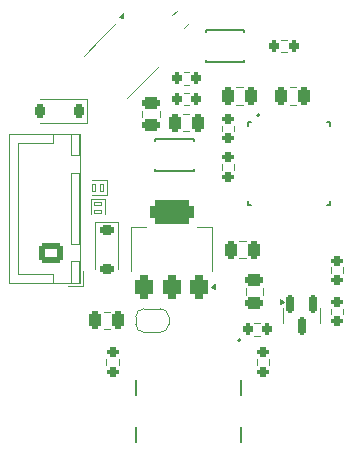
<source format=gbr>
%TF.GenerationSoftware,KiCad,Pcbnew,9.0.0*%
%TF.CreationDate,2025-10-25T14:56:04+02:00*%
%TF.ProjectId,DisplayBoard,44697370-6c61-4794-926f-6172642e6b69,rev?*%
%TF.SameCoordinates,Original*%
%TF.FileFunction,Legend,Bot*%
%TF.FilePolarity,Positive*%
%FSLAX46Y46*%
G04 Gerber Fmt 4.6, Leading zero omitted, Abs format (unit mm)*
G04 Created by KiCad (PCBNEW 9.0.0) date 2025-10-25 14:56:04*
%MOMM*%
%LPD*%
G01*
G04 APERTURE LIST*
G04 Aperture macros list*
%AMRoundRect*
0 Rectangle with rounded corners*
0 $1 Rounding radius*
0 $2 $3 $4 $5 $6 $7 $8 $9 X,Y pos of 4 corners*
0 Add a 4 corners polygon primitive as box body*
4,1,4,$2,$3,$4,$5,$6,$7,$8,$9,$2,$3,0*
0 Add four circle primitives for the rounded corners*
1,1,$1+$1,$2,$3*
1,1,$1+$1,$4,$5*
1,1,$1+$1,$6,$7*
1,1,$1+$1,$8,$9*
0 Add four rect primitives between the rounded corners*
20,1,$1+$1,$2,$3,$4,$5,0*
20,1,$1+$1,$4,$5,$6,$7,0*
20,1,$1+$1,$6,$7,$8,$9,0*
20,1,$1+$1,$8,$9,$2,$3,0*%
%AMFreePoly0*
4,1,23,0.500000,-0.750000,0.000000,-0.750000,0.000000,-0.745722,-0.065263,-0.745722,-0.191342,-0.711940,-0.304381,-0.646677,-0.396677,-0.554381,-0.461940,-0.441342,-0.495722,-0.315263,-0.495722,-0.250000,-0.500000,-0.250000,-0.500000,0.250000,-0.495722,0.250000,-0.495722,0.315263,-0.461940,0.441342,-0.396677,0.554381,-0.304381,0.646677,-0.191342,0.711940,-0.065263,0.745722,0.000000,0.745722,
0.000000,0.750000,0.500000,0.750000,0.500000,-0.750000,0.500000,-0.750000,$1*%
%AMFreePoly1*
4,1,23,0.000000,0.745722,0.065263,0.745722,0.191342,0.711940,0.304381,0.646677,0.396677,0.554381,0.461940,0.441342,0.495722,0.315263,0.495722,0.250000,0.500000,0.250000,0.500000,-0.250000,0.495722,-0.250000,0.495722,-0.315263,0.461940,-0.441342,0.396677,-0.554381,0.304381,-0.646677,0.191342,-0.711940,0.065263,-0.745722,0.000000,-0.745722,0.000000,-0.750000,-0.500000,-0.750000,
-0.500000,0.750000,0.000000,0.750000,0.000000,0.745722,0.000000,0.745722,$1*%
G04 Aperture macros list end*
%ADD10C,0.120000*%
%ADD11C,0.152400*%
%ADD12C,0.200000*%
%ADD13C,0.127000*%
%ADD14C,0.010000*%
%ADD15RoundRect,0.200000X0.275000X-0.200000X0.275000X0.200000X-0.275000X0.200000X-0.275000X-0.200000X0*%
%ADD16R,1.350000X1.800000*%
%ADD17RoundRect,0.200000X-0.275000X0.200000X-0.275000X-0.200000X0.275000X-0.200000X0.275000X0.200000X0*%
%ADD18RoundRect,0.250000X0.250000X0.475000X-0.250000X0.475000X-0.250000X-0.475000X0.250000X-0.475000X0*%
%ADD19RoundRect,0.375000X0.375000X-0.625000X0.375000X0.625000X-0.375000X0.625000X-0.375000X-0.625000X0*%
%ADD20RoundRect,0.500000X1.400000X-0.500000X1.400000X0.500000X-1.400000X0.500000X-1.400000X-0.500000X0*%
%ADD21RoundRect,0.200000X-0.200000X-0.275000X0.200000X-0.275000X0.200000X0.275000X-0.200000X0.275000X0*%
%ADD22RoundRect,0.225000X-0.375000X0.225000X-0.375000X-0.225000X0.375000X-0.225000X0.375000X0.225000X0*%
%ADD23RoundRect,0.200000X0.200000X0.275000X-0.200000X0.275000X-0.200000X-0.275000X0.200000X-0.275000X0*%
%ADD24RoundRect,0.250000X0.725000X-0.600000X0.725000X0.600000X-0.725000X0.600000X-0.725000X-0.600000X0*%
%ADD25O,1.950000X1.700000*%
%ADD26RoundRect,0.250000X-0.475000X0.250000X-0.475000X-0.250000X0.475000X-0.250000X0.475000X0.250000X0*%
%ADD27RoundRect,0.225000X0.225000X0.375000X-0.225000X0.375000X-0.225000X-0.375000X0.225000X-0.375000X0*%
%ADD28RoundRect,0.150000X0.477297X0.689429X-0.689429X-0.477297X-0.477297X-0.689429X0.689429X0.477297X0*%
%ADD29RoundRect,0.250000X-0.250000X-0.475000X0.250000X-0.475000X0.250000X0.475000X-0.250000X0.475000X0*%
%ADD30RoundRect,0.250000X0.159099X-0.512652X0.512652X-0.159099X-0.159099X0.512652X-0.512652X0.159099X0*%
%ADD31C,0.650000*%
%ADD32O,1.000000X2.100000*%
%ADD33O,1.000000X1.800000*%
%ADD34RoundRect,0.050000X-0.300000X0.150000X-0.300000X-0.150000X0.300000X-0.150000X0.300000X0.150000X0*%
%ADD35R,4.000000X4.000000*%
%ADD36FreePoly0,180.000000*%
%ADD37FreePoly1,180.000000*%
%ADD38RoundRect,0.150000X-0.150000X0.587500X-0.150000X-0.587500X0.150000X-0.587500X0.150000X0.587500X0*%
%ADD39RoundRect,0.050000X0.150000X0.300000X-0.150000X0.300000X-0.150000X-0.300000X0.150000X-0.300000X0*%
G04 APERTURE END LIST*
D10*
%TO.C,Rusb502*%
X92977500Y-131237258D02*
X92977500Y-130762742D01*
X94022500Y-131237258D02*
X94022500Y-130762742D01*
D11*
%TO.C,SPST201*%
X101373000Y-102873000D02*
X104627000Y-102873000D01*
X101373000Y-103067260D02*
X101373000Y-102873000D01*
X101373000Y-105627000D02*
X101373000Y-105432740D01*
X104627000Y-102873000D02*
X104627000Y-103067260D01*
X104627000Y-105432740D02*
X104627000Y-105627000D01*
X104627000Y-105627000D02*
X101373000Y-105627000D01*
D10*
%TO.C,R205*%
X102727500Y-111012742D02*
X102727500Y-111487258D01*
X103772500Y-111012742D02*
X103772500Y-111487258D01*
%TO.C,C501*%
X93261252Y-126765000D02*
X92738748Y-126765000D01*
X93261252Y-128235000D02*
X92738748Y-128235000D01*
%TO.C,R204*%
X102727500Y-114737258D02*
X102727500Y-114262742D01*
X103772500Y-114737258D02*
X103772500Y-114262742D01*
%TO.C,U501*%
X95090000Y-119590000D02*
X96350000Y-119590000D01*
X95090000Y-123350000D02*
X95090000Y-119590000D01*
X101910000Y-119590000D02*
X100650000Y-119590000D01*
X101910000Y-123350000D02*
X101910000Y-119590000D01*
X102140000Y-124870000D02*
X101810000Y-124630000D01*
X102140000Y-124390000D01*
X102140000Y-124870000D01*
G36*
X102140000Y-124870000D02*
G01*
X101810000Y-124630000D01*
X102140000Y-124390000D01*
X102140000Y-124870000D01*
G37*
%TO.C,C202*%
X100011252Y-110015000D02*
X99488748Y-110015000D01*
X100011252Y-111485000D02*
X99488748Y-111485000D01*
%TO.C,R301*%
X111977500Y-123012742D02*
X111977500Y-123487258D01*
X113022500Y-123012742D02*
X113022500Y-123487258D01*
%TO.C,R201*%
X99512742Y-108227500D02*
X99987258Y-108227500D01*
X99512742Y-109272500D02*
X99987258Y-109272500D01*
%TO.C,D404*%
X92000000Y-119140000D02*
X92000000Y-123150000D01*
X92000000Y-119140000D02*
X94000000Y-119140000D01*
X94000000Y-119140000D02*
X94000000Y-123150000D01*
%TO.C,R303*%
X105987258Y-127727500D02*
X105512742Y-127727500D01*
X105987258Y-128772500D02*
X105512742Y-128772500D01*
%TO.C,J401*%
X84740000Y-111690000D02*
X90710000Y-111690000D01*
X84740000Y-124310000D02*
X84740000Y-111690000D01*
X85500000Y-112450000D02*
X85500000Y-118000000D01*
X85500000Y-123550000D02*
X85500000Y-118000000D01*
X88450000Y-111700000D02*
X88450000Y-112450000D01*
X88450000Y-112450000D02*
X85500000Y-112450000D01*
X88450000Y-123550000D02*
X85500000Y-123550000D01*
X88450000Y-124300000D02*
X88450000Y-123550000D01*
X89950000Y-111700000D02*
X90700000Y-111700000D01*
X89950000Y-113500000D02*
X89950000Y-111700000D01*
X89950000Y-115000000D02*
X90700000Y-115000000D01*
X89950000Y-121000000D02*
X89950000Y-115000000D01*
X89950000Y-122500000D02*
X90700000Y-122500000D01*
X89950000Y-124300000D02*
X89950000Y-122500000D01*
X90700000Y-111700000D02*
X90700000Y-113500000D01*
X90700000Y-113500000D02*
X89950000Y-113500000D01*
X90700000Y-115000000D02*
X90700000Y-121000000D01*
X90700000Y-121000000D02*
X89950000Y-121000000D01*
X90700000Y-122500000D02*
X90700000Y-124300000D01*
X90700000Y-124300000D02*
X89950000Y-124300000D01*
X90710000Y-111690000D02*
X90710000Y-124310000D01*
X90710000Y-124310000D02*
X84740000Y-124310000D01*
X91000000Y-123350000D02*
X91000000Y-124600000D01*
X91000000Y-124600000D02*
X89750000Y-124600000D01*
%TO.C,C201*%
X96015000Y-109738748D02*
X96015000Y-110261252D01*
X97485000Y-109738748D02*
X97485000Y-110261252D01*
%TO.C,D403*%
X91360000Y-108750000D02*
X87350000Y-108750000D01*
X91360000Y-108750000D02*
X91360000Y-110750000D01*
X91360000Y-110750000D02*
X87350000Y-110750000D01*
%TO.C,Rusb501*%
X105727500Y-131237258D02*
X105727500Y-130762742D01*
X106772500Y-131237258D02*
X106772500Y-130762742D01*
%TO.C,U401*%
X92439807Y-103689807D02*
X91060948Y-105068665D01*
X92439807Y-103689807D02*
X93818665Y-102310948D01*
X96060193Y-107310193D02*
X94681335Y-108689052D01*
X96060193Y-107310193D02*
X97439052Y-105931335D01*
X94416170Y-101847793D02*
X94013119Y-101784154D01*
X94352530Y-101444743D01*
X94416170Y-101847793D01*
G36*
X94416170Y-101847793D02*
G01*
X94013119Y-101784154D01*
X94352530Y-101444743D01*
X94416170Y-101847793D01*
G37*
%TO.C,C204*%
X108488748Y-107765000D02*
X109011252Y-107765000D01*
X108488748Y-109235000D02*
X109011252Y-109235000D01*
%TO.C,C401*%
X98545543Y-101665010D02*
X98915010Y-101295543D01*
X99584990Y-102704457D02*
X99954457Y-102334990D01*
D12*
%TO.C,USBC501*%
X95457500Y-132537500D02*
X95457500Y-133787500D01*
X95457500Y-137787500D02*
X95457500Y-136507500D01*
X104397500Y-132537500D02*
X104397500Y-133787500D01*
X104397500Y-136507500D02*
X104397500Y-137787500D01*
X104327500Y-129187500D02*
G75*
G02*
X104127500Y-129187500I-100000J0D01*
G01*
X104127500Y-129187500D02*
G75*
G02*
X104327500Y-129187500I100000J0D01*
G01*
D11*
%TO.C,RST201*%
X97123000Y-112123000D02*
X100377000Y-112123000D01*
X97123000Y-112317260D02*
X97123000Y-112123000D01*
X97123000Y-114877000D02*
X97123000Y-114682740D01*
X100377000Y-112123000D02*
X100377000Y-112317260D01*
X100377000Y-114682740D02*
X100377000Y-114877000D01*
X100377000Y-114877000D02*
X97123000Y-114877000D01*
D10*
%TO.C,R302*%
X111977500Y-126987258D02*
X111977500Y-126512742D01*
X113022500Y-126987258D02*
X113022500Y-126512742D01*
%TO.C,D402*%
X91640000Y-117190000D02*
X91640000Y-118500000D01*
X91640000Y-117190000D02*
X92860000Y-117190000D01*
X92860000Y-117190000D02*
X92860000Y-118500000D01*
D13*
%TO.C,U201*%
X104950000Y-110725000D02*
X104950000Y-111025000D01*
X104950000Y-117425000D02*
X104950000Y-117725000D01*
X104950000Y-117725000D02*
X105250000Y-117725000D01*
X105250000Y-110725000D02*
X104950000Y-110725000D01*
X111650000Y-110725000D02*
X111950000Y-110725000D01*
X111950000Y-110725000D02*
X111950000Y-111025000D01*
X111950000Y-117425000D02*
X111950000Y-117725000D01*
X111950000Y-117725000D02*
X111650000Y-117725000D01*
D12*
X105950000Y-110125000D02*
G75*
G02*
X105750000Y-110125000I-100000J0D01*
G01*
X105750000Y-110125000D02*
G75*
G02*
X105950000Y-110125000I100000J0D01*
G01*
D10*
%TO.C,C203*%
X104511252Y-107765000D02*
X103988748Y-107765000D01*
X104511252Y-109235000D02*
X103988748Y-109235000D01*
%TO.C,JP501*%
X95450000Y-127200000D02*
X95450000Y-127800000D01*
X96150000Y-128500000D02*
X97550000Y-128500000D01*
X97550000Y-126500000D02*
X96150000Y-126500000D01*
X98250000Y-127800000D02*
X98250000Y-127200000D01*
X95450000Y-127200000D02*
G75*
G02*
X96150000Y-126500000I700000J0D01*
G01*
X96150000Y-128500000D02*
G75*
G02*
X95450000Y-127800000I0J700000D01*
G01*
X97550000Y-126500000D02*
G75*
G02*
X98250000Y-127200000I1J-699999D01*
G01*
X98250000Y-127800000D02*
G75*
G02*
X97550000Y-128500000I-699999J-1D01*
G01*
%TO.C,R202*%
X99512742Y-106477500D02*
X99987258Y-106477500D01*
X99512742Y-107522500D02*
X99987258Y-107522500D01*
%TO.C,Q301*%
X107940000Y-127062500D02*
X107940000Y-126412500D01*
X107940000Y-127062500D02*
X107940000Y-127712500D01*
X111060000Y-127062500D02*
X111060000Y-126412500D01*
X111060000Y-127062500D02*
X111060000Y-127712500D01*
X107990000Y-125900000D02*
X107660000Y-126140000D01*
X107660000Y-125660000D01*
X107990000Y-125900000D01*
G36*
X107990000Y-125900000D02*
G01*
X107660000Y-126140000D01*
X107660000Y-125660000D01*
X107990000Y-125900000D01*
G37*
%TO.C,C502*%
X104238748Y-120765000D02*
X104761252Y-120765000D01*
X104238748Y-122235000D02*
X104761252Y-122235000D01*
%TO.C,D401*%
X93060000Y-115640000D02*
X91750000Y-115640000D01*
X93060000Y-115640000D02*
X93060000Y-116860000D01*
X93060000Y-116860000D02*
X91750000Y-116860000D01*
%TO.C,R203*%
X107762742Y-103727500D02*
X108237258Y-103727500D01*
X107762742Y-104772500D02*
X108237258Y-104772500D01*
%TO.C,C301*%
X104765000Y-124788748D02*
X104765000Y-125311252D01*
X106235000Y-124788748D02*
X106235000Y-125311252D01*
%TD*%
%LPC*%
D14*
%TO.C,USBC501*%
X97077500Y-131057500D02*
X96377500Y-131057500D01*
X96377500Y-129007500D01*
X97077500Y-129007500D01*
X97077500Y-131057500D01*
G36*
X97077500Y-131057500D02*
G01*
X96377500Y-131057500D01*
X96377500Y-129007500D01*
X97077500Y-129007500D01*
X97077500Y-131057500D01*
G37*
X97877500Y-131057500D02*
X97177500Y-131057500D01*
X97177500Y-129007500D01*
X97877500Y-129007500D01*
X97877500Y-131057500D01*
G36*
X97877500Y-131057500D02*
G01*
X97177500Y-131057500D01*
X97177500Y-129007500D01*
X97877500Y-129007500D01*
X97877500Y-131057500D01*
G37*
X98377500Y-131057500D02*
X97977500Y-131057500D01*
X97977500Y-129007500D01*
X98377500Y-129007500D01*
X98377500Y-131057500D01*
G36*
X98377500Y-131057500D02*
G01*
X97977500Y-131057500D01*
X97977500Y-129007500D01*
X98377500Y-129007500D01*
X98377500Y-131057500D01*
G37*
X98877500Y-131057500D02*
X98477500Y-131057500D01*
X98477500Y-129007500D01*
X98877500Y-129007500D01*
X98877500Y-131057500D01*
G36*
X98877500Y-131057500D02*
G01*
X98477500Y-131057500D01*
X98477500Y-129007500D01*
X98877500Y-129007500D01*
X98877500Y-131057500D01*
G37*
X99377500Y-131057500D02*
X98977500Y-131057500D01*
X98977500Y-129007500D01*
X99377500Y-129007500D01*
X99377500Y-131057500D01*
G36*
X99377500Y-131057500D02*
G01*
X98977500Y-131057500D01*
X98977500Y-129007500D01*
X99377500Y-129007500D01*
X99377500Y-131057500D01*
G37*
X99877500Y-131057500D02*
X99477500Y-131057500D01*
X99477500Y-129007500D01*
X99877500Y-129007500D01*
X99877500Y-131057500D01*
G36*
X99877500Y-131057500D02*
G01*
X99477500Y-131057500D01*
X99477500Y-129007500D01*
X99877500Y-129007500D01*
X99877500Y-131057500D01*
G37*
X100377500Y-131057500D02*
X99977500Y-131057500D01*
X99977500Y-129007500D01*
X100377500Y-129007500D01*
X100377500Y-131057500D01*
G36*
X100377500Y-131057500D02*
G01*
X99977500Y-131057500D01*
X99977500Y-129007500D01*
X100377500Y-129007500D01*
X100377500Y-131057500D01*
G37*
X100877500Y-131057500D02*
X100477500Y-131057500D01*
X100477500Y-129007500D01*
X100877500Y-129007500D01*
X100877500Y-131057500D01*
G36*
X100877500Y-131057500D02*
G01*
X100477500Y-131057500D01*
X100477500Y-129007500D01*
X100877500Y-129007500D01*
X100877500Y-131057500D01*
G37*
X101377500Y-131057500D02*
X100977500Y-131057500D01*
X100977500Y-129007500D01*
X101377500Y-129007500D01*
X101377500Y-131057500D01*
G36*
X101377500Y-131057500D02*
G01*
X100977500Y-131057500D01*
X100977500Y-129007500D01*
X101377500Y-129007500D01*
X101377500Y-131057500D01*
G37*
X101877500Y-131057500D02*
X101477500Y-131057500D01*
X101477500Y-129007500D01*
X101877500Y-129007500D01*
X101877500Y-131057500D01*
G36*
X101877500Y-131057500D02*
G01*
X101477500Y-131057500D01*
X101477500Y-129007500D01*
X101877500Y-129007500D01*
X101877500Y-131057500D01*
G37*
X102677500Y-131057500D02*
X101977500Y-131057500D01*
X101977500Y-129007500D01*
X102677500Y-129007500D01*
X102677500Y-131057500D01*
G36*
X102677500Y-131057500D02*
G01*
X101977500Y-131057500D01*
X101977500Y-129007500D01*
X102677500Y-129007500D01*
X102677500Y-131057500D01*
G37*
X103477500Y-131057500D02*
X102777500Y-131057500D01*
X102777500Y-129007500D01*
X103477500Y-129007500D01*
X103477500Y-131057500D01*
G36*
X103477500Y-131057500D02*
G01*
X102777500Y-131057500D01*
X102777500Y-129007500D01*
X103477500Y-129007500D01*
X103477500Y-131057500D01*
G37*
%TO.C,U201*%
X105510000Y-111800000D02*
X104940000Y-111800000D01*
X104940000Y-111450000D01*
X105510000Y-111450000D01*
X105510000Y-111800000D01*
G36*
X105510000Y-111800000D02*
G01*
X104940000Y-111800000D01*
X104940000Y-111450000D01*
X105510000Y-111450000D01*
X105510000Y-111800000D01*
G37*
X105510000Y-112200000D02*
X104940000Y-112200000D01*
X104940000Y-111850000D01*
X105510000Y-111850000D01*
X105510000Y-112200000D01*
G36*
X105510000Y-112200000D02*
G01*
X104940000Y-112200000D01*
X104940000Y-111850000D01*
X105510000Y-111850000D01*
X105510000Y-112200000D01*
G37*
X105510000Y-112600000D02*
X104940000Y-112600000D01*
X104940000Y-112250000D01*
X105510000Y-112250000D01*
X105510000Y-112600000D01*
G36*
X105510000Y-112600000D02*
G01*
X104940000Y-112600000D01*
X104940000Y-112250000D01*
X105510000Y-112250000D01*
X105510000Y-112600000D01*
G37*
X105510000Y-113000000D02*
X104940000Y-113000000D01*
X104940000Y-112650000D01*
X105510000Y-112650000D01*
X105510000Y-113000000D01*
G36*
X105510000Y-113000000D02*
G01*
X104940000Y-113000000D01*
X104940000Y-112650000D01*
X105510000Y-112650000D01*
X105510000Y-113000000D01*
G37*
X105510000Y-113400000D02*
X104940000Y-113400000D01*
X104940000Y-113050000D01*
X105510000Y-113050000D01*
X105510000Y-113400000D01*
G36*
X105510000Y-113400000D02*
G01*
X104940000Y-113400000D01*
X104940000Y-113050000D01*
X105510000Y-113050000D01*
X105510000Y-113400000D01*
G37*
X105510000Y-113800000D02*
X104940000Y-113800000D01*
X104940000Y-113450000D01*
X105510000Y-113450000D01*
X105510000Y-113800000D01*
G36*
X105510000Y-113800000D02*
G01*
X104940000Y-113800000D01*
X104940000Y-113450000D01*
X105510000Y-113450000D01*
X105510000Y-113800000D01*
G37*
X105510000Y-114200000D02*
X104940000Y-114200000D01*
X104940000Y-113850000D01*
X105510000Y-113850000D01*
X105510000Y-114200000D01*
G36*
X105510000Y-114200000D02*
G01*
X104940000Y-114200000D01*
X104940000Y-113850000D01*
X105510000Y-113850000D01*
X105510000Y-114200000D01*
G37*
X105510000Y-114600000D02*
X104940000Y-114600000D01*
X104940000Y-114250000D01*
X105510000Y-114250000D01*
X105510000Y-114600000D01*
G36*
X105510000Y-114600000D02*
G01*
X104940000Y-114600000D01*
X104940000Y-114250000D01*
X105510000Y-114250000D01*
X105510000Y-114600000D01*
G37*
X105510000Y-115000000D02*
X104940000Y-115000000D01*
X104940000Y-114650000D01*
X105510000Y-114650000D01*
X105510000Y-115000000D01*
G36*
X105510000Y-115000000D02*
G01*
X104940000Y-115000000D01*
X104940000Y-114650000D01*
X105510000Y-114650000D01*
X105510000Y-115000000D01*
G37*
X105510000Y-115400000D02*
X104940000Y-115400000D01*
X104940000Y-115050000D01*
X105510000Y-115050000D01*
X105510000Y-115400000D01*
G36*
X105510000Y-115400000D02*
G01*
X104940000Y-115400000D01*
X104940000Y-115050000D01*
X105510000Y-115050000D01*
X105510000Y-115400000D01*
G37*
X105510000Y-115800000D02*
X104940000Y-115800000D01*
X104940000Y-115450000D01*
X105510000Y-115450000D01*
X105510000Y-115800000D01*
G36*
X105510000Y-115800000D02*
G01*
X104940000Y-115800000D01*
X104940000Y-115450000D01*
X105510000Y-115450000D01*
X105510000Y-115800000D01*
G37*
X105510000Y-116200000D02*
X104940000Y-116200000D01*
X104940000Y-115850000D01*
X105510000Y-115850000D01*
X105510000Y-116200000D01*
G36*
X105510000Y-116200000D02*
G01*
X104940000Y-116200000D01*
X104940000Y-115850000D01*
X105510000Y-115850000D01*
X105510000Y-116200000D01*
G37*
X105510000Y-116600000D02*
X104940000Y-116600000D01*
X104940000Y-116250000D01*
X105510000Y-116250000D01*
X105510000Y-116600000D01*
G36*
X105510000Y-116600000D02*
G01*
X104940000Y-116600000D01*
X104940000Y-116250000D01*
X105510000Y-116250000D01*
X105510000Y-116600000D01*
G37*
X105510000Y-117000000D02*
X104940000Y-117000000D01*
X104940000Y-116650000D01*
X105510000Y-116650000D01*
X105510000Y-117000000D01*
G36*
X105510000Y-117000000D02*
G01*
X104940000Y-117000000D01*
X104940000Y-116650000D01*
X105510000Y-116650000D01*
X105510000Y-117000000D01*
G37*
X106025000Y-111285000D02*
X105675000Y-111285000D01*
X105675000Y-110715000D01*
X106025000Y-110715000D01*
X106025000Y-111285000D01*
G36*
X106025000Y-111285000D02*
G01*
X105675000Y-111285000D01*
X105675000Y-110715000D01*
X106025000Y-110715000D01*
X106025000Y-111285000D01*
G37*
X106025000Y-117735000D02*
X105675000Y-117735000D01*
X105675000Y-117165000D01*
X106025000Y-117165000D01*
X106025000Y-117735000D01*
G36*
X106025000Y-117735000D02*
G01*
X105675000Y-117735000D01*
X105675000Y-117165000D01*
X106025000Y-117165000D01*
X106025000Y-117735000D01*
G37*
X106425000Y-111285000D02*
X106075000Y-111285000D01*
X106075000Y-110715000D01*
X106425000Y-110715000D01*
X106425000Y-111285000D01*
G36*
X106425000Y-111285000D02*
G01*
X106075000Y-111285000D01*
X106075000Y-110715000D01*
X106425000Y-110715000D01*
X106425000Y-111285000D01*
G37*
X106425000Y-117735000D02*
X106075000Y-117735000D01*
X106075000Y-117165000D01*
X106425000Y-117165000D01*
X106425000Y-117735000D01*
G36*
X106425000Y-117735000D02*
G01*
X106075000Y-117735000D01*
X106075000Y-117165000D01*
X106425000Y-117165000D01*
X106425000Y-117735000D01*
G37*
X106825000Y-111285000D02*
X106475000Y-111285000D01*
X106475000Y-110715000D01*
X106825000Y-110715000D01*
X106825000Y-111285000D01*
G36*
X106825000Y-111285000D02*
G01*
X106475000Y-111285000D01*
X106475000Y-110715000D01*
X106825000Y-110715000D01*
X106825000Y-111285000D01*
G37*
X106825000Y-117735000D02*
X106475000Y-117735000D01*
X106475000Y-117165000D01*
X106825000Y-117165000D01*
X106825000Y-117735000D01*
G36*
X106825000Y-117735000D02*
G01*
X106475000Y-117735000D01*
X106475000Y-117165000D01*
X106825000Y-117165000D01*
X106825000Y-117735000D01*
G37*
X107225000Y-111285000D02*
X106875000Y-111285000D01*
X106875000Y-110715000D01*
X107225000Y-110715000D01*
X107225000Y-111285000D01*
G36*
X107225000Y-111285000D02*
G01*
X106875000Y-111285000D01*
X106875000Y-110715000D01*
X107225000Y-110715000D01*
X107225000Y-111285000D01*
G37*
X107225000Y-117735000D02*
X106875000Y-117735000D01*
X106875000Y-117165000D01*
X107225000Y-117165000D01*
X107225000Y-117735000D01*
G36*
X107225000Y-117735000D02*
G01*
X106875000Y-117735000D01*
X106875000Y-117165000D01*
X107225000Y-117165000D01*
X107225000Y-117735000D01*
G37*
X107625000Y-111285000D02*
X107275000Y-111285000D01*
X107275000Y-110715000D01*
X107625000Y-110715000D01*
X107625000Y-111285000D01*
G36*
X107625000Y-111285000D02*
G01*
X107275000Y-111285000D01*
X107275000Y-110715000D01*
X107625000Y-110715000D01*
X107625000Y-111285000D01*
G37*
X107625000Y-117735000D02*
X107275000Y-117735000D01*
X107275000Y-117165000D01*
X107625000Y-117165000D01*
X107625000Y-117735000D01*
G36*
X107625000Y-117735000D02*
G01*
X107275000Y-117735000D01*
X107275000Y-117165000D01*
X107625000Y-117165000D01*
X107625000Y-117735000D01*
G37*
X108025000Y-111285000D02*
X107675000Y-111285000D01*
X107675000Y-110715000D01*
X108025000Y-110715000D01*
X108025000Y-111285000D01*
G36*
X108025000Y-111285000D02*
G01*
X107675000Y-111285000D01*
X107675000Y-110715000D01*
X108025000Y-110715000D01*
X108025000Y-111285000D01*
G37*
X108025000Y-117735000D02*
X107675000Y-117735000D01*
X107675000Y-117165000D01*
X108025000Y-117165000D01*
X108025000Y-117735000D01*
G36*
X108025000Y-117735000D02*
G01*
X107675000Y-117735000D01*
X107675000Y-117165000D01*
X108025000Y-117165000D01*
X108025000Y-117735000D01*
G37*
X108425000Y-111285000D02*
X108075000Y-111285000D01*
X108075000Y-110715000D01*
X108425000Y-110715000D01*
X108425000Y-111285000D01*
G36*
X108425000Y-111285000D02*
G01*
X108075000Y-111285000D01*
X108075000Y-110715000D01*
X108425000Y-110715000D01*
X108425000Y-111285000D01*
G37*
X108425000Y-117735000D02*
X108075000Y-117735000D01*
X108075000Y-117165000D01*
X108425000Y-117165000D01*
X108425000Y-117735000D01*
G36*
X108425000Y-117735000D02*
G01*
X108075000Y-117735000D01*
X108075000Y-117165000D01*
X108425000Y-117165000D01*
X108425000Y-117735000D01*
G37*
X108825000Y-111285000D02*
X108475000Y-111285000D01*
X108475000Y-110715000D01*
X108825000Y-110715000D01*
X108825000Y-111285000D01*
G36*
X108825000Y-111285000D02*
G01*
X108475000Y-111285000D01*
X108475000Y-110715000D01*
X108825000Y-110715000D01*
X108825000Y-111285000D01*
G37*
X108825000Y-117735000D02*
X108475000Y-117735000D01*
X108475000Y-117165000D01*
X108825000Y-117165000D01*
X108825000Y-117735000D01*
G36*
X108825000Y-117735000D02*
G01*
X108475000Y-117735000D01*
X108475000Y-117165000D01*
X108825000Y-117165000D01*
X108825000Y-117735000D01*
G37*
X109225000Y-111285000D02*
X108875000Y-111285000D01*
X108875000Y-110715000D01*
X109225000Y-110715000D01*
X109225000Y-111285000D01*
G36*
X109225000Y-111285000D02*
G01*
X108875000Y-111285000D01*
X108875000Y-110715000D01*
X109225000Y-110715000D01*
X109225000Y-111285000D01*
G37*
X109225000Y-117735000D02*
X108875000Y-117735000D01*
X108875000Y-117165000D01*
X109225000Y-117165000D01*
X109225000Y-117735000D01*
G36*
X109225000Y-117735000D02*
G01*
X108875000Y-117735000D01*
X108875000Y-117165000D01*
X109225000Y-117165000D01*
X109225000Y-117735000D01*
G37*
X109625000Y-111285000D02*
X109275000Y-111285000D01*
X109275000Y-110715000D01*
X109625000Y-110715000D01*
X109625000Y-111285000D01*
G36*
X109625000Y-111285000D02*
G01*
X109275000Y-111285000D01*
X109275000Y-110715000D01*
X109625000Y-110715000D01*
X109625000Y-111285000D01*
G37*
X109625000Y-117735000D02*
X109275000Y-117735000D01*
X109275000Y-117165000D01*
X109625000Y-117165000D01*
X109625000Y-117735000D01*
G36*
X109625000Y-117735000D02*
G01*
X109275000Y-117735000D01*
X109275000Y-117165000D01*
X109625000Y-117165000D01*
X109625000Y-117735000D01*
G37*
X110025000Y-111285000D02*
X109675000Y-111285000D01*
X109675000Y-110715000D01*
X110025000Y-110715000D01*
X110025000Y-111285000D01*
G36*
X110025000Y-111285000D02*
G01*
X109675000Y-111285000D01*
X109675000Y-110715000D01*
X110025000Y-110715000D01*
X110025000Y-111285000D01*
G37*
X110025000Y-117735000D02*
X109675000Y-117735000D01*
X109675000Y-117165000D01*
X110025000Y-117165000D01*
X110025000Y-117735000D01*
G36*
X110025000Y-117735000D02*
G01*
X109675000Y-117735000D01*
X109675000Y-117165000D01*
X110025000Y-117165000D01*
X110025000Y-117735000D01*
G37*
X110425000Y-111285000D02*
X110075000Y-111285000D01*
X110075000Y-110715000D01*
X110425000Y-110715000D01*
X110425000Y-111285000D01*
G36*
X110425000Y-111285000D02*
G01*
X110075000Y-111285000D01*
X110075000Y-110715000D01*
X110425000Y-110715000D01*
X110425000Y-111285000D01*
G37*
X110425000Y-117735000D02*
X110075000Y-117735000D01*
X110075000Y-117165000D01*
X110425000Y-117165000D01*
X110425000Y-117735000D01*
G36*
X110425000Y-117735000D02*
G01*
X110075000Y-117735000D01*
X110075000Y-117165000D01*
X110425000Y-117165000D01*
X110425000Y-117735000D01*
G37*
X110825000Y-111285000D02*
X110475000Y-111285000D01*
X110475000Y-110715000D01*
X110825000Y-110715000D01*
X110825000Y-111285000D01*
G36*
X110825000Y-111285000D02*
G01*
X110475000Y-111285000D01*
X110475000Y-110715000D01*
X110825000Y-110715000D01*
X110825000Y-111285000D01*
G37*
X110825000Y-117735000D02*
X110475000Y-117735000D01*
X110475000Y-117165000D01*
X110825000Y-117165000D01*
X110825000Y-117735000D01*
G36*
X110825000Y-117735000D02*
G01*
X110475000Y-117735000D01*
X110475000Y-117165000D01*
X110825000Y-117165000D01*
X110825000Y-117735000D01*
G37*
X111225000Y-111285000D02*
X110875000Y-111285000D01*
X110875000Y-110715000D01*
X111225000Y-110715000D01*
X111225000Y-111285000D01*
G36*
X111225000Y-111285000D02*
G01*
X110875000Y-111285000D01*
X110875000Y-110715000D01*
X111225000Y-110715000D01*
X111225000Y-111285000D01*
G37*
X111225000Y-117735000D02*
X110875000Y-117735000D01*
X110875000Y-117165000D01*
X111225000Y-117165000D01*
X111225000Y-117735000D01*
G36*
X111225000Y-117735000D02*
G01*
X110875000Y-117735000D01*
X110875000Y-117165000D01*
X111225000Y-117165000D01*
X111225000Y-117735000D01*
G37*
X111960000Y-111800000D02*
X111390000Y-111800000D01*
X111390000Y-111450000D01*
X111960000Y-111450000D01*
X111960000Y-111800000D01*
G36*
X111960000Y-111800000D02*
G01*
X111390000Y-111800000D01*
X111390000Y-111450000D01*
X111960000Y-111450000D01*
X111960000Y-111800000D01*
G37*
X111960000Y-112200000D02*
X111390000Y-112200000D01*
X111390000Y-111850000D01*
X111960000Y-111850000D01*
X111960000Y-112200000D01*
G36*
X111960000Y-112200000D02*
G01*
X111390000Y-112200000D01*
X111390000Y-111850000D01*
X111960000Y-111850000D01*
X111960000Y-112200000D01*
G37*
X111960000Y-112600000D02*
X111390000Y-112600000D01*
X111390000Y-112250000D01*
X111960000Y-112250000D01*
X111960000Y-112600000D01*
G36*
X111960000Y-112600000D02*
G01*
X111390000Y-112600000D01*
X111390000Y-112250000D01*
X111960000Y-112250000D01*
X111960000Y-112600000D01*
G37*
X111960000Y-113000000D02*
X111390000Y-113000000D01*
X111390000Y-112650000D01*
X111960000Y-112650000D01*
X111960000Y-113000000D01*
G36*
X111960000Y-113000000D02*
G01*
X111390000Y-113000000D01*
X111390000Y-112650000D01*
X111960000Y-112650000D01*
X111960000Y-113000000D01*
G37*
X111960000Y-113400000D02*
X111390000Y-113400000D01*
X111390000Y-113050000D01*
X111960000Y-113050000D01*
X111960000Y-113400000D01*
G36*
X111960000Y-113400000D02*
G01*
X111390000Y-113400000D01*
X111390000Y-113050000D01*
X111960000Y-113050000D01*
X111960000Y-113400000D01*
G37*
X111960000Y-113800000D02*
X111390000Y-113800000D01*
X111390000Y-113450000D01*
X111960000Y-113450000D01*
X111960000Y-113800000D01*
G36*
X111960000Y-113800000D02*
G01*
X111390000Y-113800000D01*
X111390000Y-113450000D01*
X111960000Y-113450000D01*
X111960000Y-113800000D01*
G37*
X111960000Y-114200000D02*
X111390000Y-114200000D01*
X111390000Y-113850000D01*
X111960000Y-113850000D01*
X111960000Y-114200000D01*
G36*
X111960000Y-114200000D02*
G01*
X111390000Y-114200000D01*
X111390000Y-113850000D01*
X111960000Y-113850000D01*
X111960000Y-114200000D01*
G37*
X111960000Y-114600000D02*
X111390000Y-114600000D01*
X111390000Y-114250000D01*
X111960000Y-114250000D01*
X111960000Y-114600000D01*
G36*
X111960000Y-114600000D02*
G01*
X111390000Y-114600000D01*
X111390000Y-114250000D01*
X111960000Y-114250000D01*
X111960000Y-114600000D01*
G37*
X111960000Y-115000000D02*
X111390000Y-115000000D01*
X111390000Y-114650000D01*
X111960000Y-114650000D01*
X111960000Y-115000000D01*
G36*
X111960000Y-115000000D02*
G01*
X111390000Y-115000000D01*
X111390000Y-114650000D01*
X111960000Y-114650000D01*
X111960000Y-115000000D01*
G37*
X111960000Y-115400000D02*
X111390000Y-115400000D01*
X111390000Y-115050000D01*
X111960000Y-115050000D01*
X111960000Y-115400000D01*
G36*
X111960000Y-115400000D02*
G01*
X111390000Y-115400000D01*
X111390000Y-115050000D01*
X111960000Y-115050000D01*
X111960000Y-115400000D01*
G37*
X111960000Y-115800000D02*
X111390000Y-115800000D01*
X111390000Y-115450000D01*
X111960000Y-115450000D01*
X111960000Y-115800000D01*
G36*
X111960000Y-115800000D02*
G01*
X111390000Y-115800000D01*
X111390000Y-115450000D01*
X111960000Y-115450000D01*
X111960000Y-115800000D01*
G37*
X111960000Y-116200000D02*
X111390000Y-116200000D01*
X111390000Y-115850000D01*
X111960000Y-115850000D01*
X111960000Y-116200000D01*
G36*
X111960000Y-116200000D02*
G01*
X111390000Y-116200000D01*
X111390000Y-115850000D01*
X111960000Y-115850000D01*
X111960000Y-116200000D01*
G37*
X111960000Y-116600000D02*
X111390000Y-116600000D01*
X111390000Y-116250000D01*
X111960000Y-116250000D01*
X111960000Y-116600000D01*
G36*
X111960000Y-116600000D02*
G01*
X111390000Y-116600000D01*
X111390000Y-116250000D01*
X111960000Y-116250000D01*
X111960000Y-116600000D01*
G37*
X111960000Y-117000000D02*
X111390000Y-117000000D01*
X111390000Y-116650000D01*
X111960000Y-116650000D01*
X111960000Y-117000000D01*
G36*
X111960000Y-117000000D02*
G01*
X111390000Y-117000000D01*
X111390000Y-116650000D01*
X111960000Y-116650000D01*
X111960000Y-117000000D01*
G37*
%TO.C,JP501*%
G36*
X97000000Y-126750000D02*
G01*
X96700000Y-126750000D01*
X96700000Y-128250000D01*
X97000000Y-128250000D01*
X97000000Y-126750000D01*
G37*
%TD*%
D15*
%TO.C,Rusb502*%
X93500000Y-131825000D03*
X93500000Y-130175000D03*
%TD*%
D16*
%TO.C,SPST201*%
X100925000Y-104250000D03*
X105075000Y-104250000D03*
%TD*%
D17*
%TO.C,R205*%
X103250000Y-110425000D03*
X103250000Y-112075000D03*
%TD*%
D18*
%TO.C,C501*%
X93950000Y-127500000D03*
X92050000Y-127500000D03*
%TD*%
D15*
%TO.C,R204*%
X103250000Y-115325000D03*
X103250000Y-113675000D03*
%TD*%
D19*
%TO.C,U501*%
X100800000Y-124650000D03*
X98500000Y-124650000D03*
D20*
X98500000Y-118350000D03*
D19*
X96200000Y-124650000D03*
%TD*%
D18*
%TO.C,C202*%
X100700000Y-110750000D03*
X98800000Y-110750000D03*
%TD*%
D17*
%TO.C,R301*%
X112500000Y-122425000D03*
X112500000Y-124075000D03*
%TD*%
D21*
%TO.C,R201*%
X98925000Y-108750000D03*
X100575000Y-108750000D03*
%TD*%
D22*
%TO.C,D404*%
X93000000Y-119850000D03*
X93000000Y-123150000D03*
%TD*%
D23*
%TO.C,R303*%
X106575000Y-128250000D03*
X104925000Y-128250000D03*
%TD*%
D24*
%TO.C,J401*%
X88250000Y-121750000D03*
D25*
X88250000Y-119250000D03*
X88250000Y-116750000D03*
X88250000Y-114250000D03*
%TD*%
D26*
%TO.C,C201*%
X96750000Y-109050000D03*
X96750000Y-110950000D03*
%TD*%
D27*
%TO.C,D403*%
X90650000Y-109750000D03*
X87350000Y-109750000D03*
%TD*%
D15*
%TO.C,Rusb501*%
X106250000Y-131825000D03*
X106250000Y-130175000D03*
%TD*%
D28*
%TO.C,U401*%
X94653051Y-102402872D03*
X95551076Y-103300898D03*
X96449102Y-104198924D03*
X97347128Y-105096949D03*
X93846949Y-108597128D03*
X92948924Y-107699102D03*
X92050898Y-106801076D03*
X91152872Y-105903051D03*
%TD*%
D29*
%TO.C,C204*%
X107800000Y-108500000D03*
X109700000Y-108500000D03*
%TD*%
D30*
%TO.C,C401*%
X98578249Y-102671751D03*
X99921751Y-101328249D03*
%TD*%
D31*
%TO.C,USBC501*%
X102817500Y-131507500D03*
X97037500Y-131507500D03*
D32*
X104247500Y-131007500D03*
X95607500Y-131007500D03*
D33*
X104247500Y-135187500D03*
X95607500Y-135187500D03*
%TD*%
D16*
%TO.C,RST201*%
X96675000Y-113500000D03*
X100825000Y-113500000D03*
%TD*%
D15*
%TO.C,R302*%
X112500000Y-127575000D03*
X112500000Y-125925000D03*
%TD*%
D34*
%TO.C,D402*%
X92250000Y-117650000D03*
X92250000Y-118350000D03*
%TD*%
D35*
%TO.C,U201*%
X108450000Y-114225000D03*
%TD*%
D18*
%TO.C,C203*%
X105200000Y-108500000D03*
X103300000Y-108500000D03*
%TD*%
D36*
%TO.C,JP501*%
X97500000Y-127500000D03*
D37*
X96200000Y-127500000D03*
%TD*%
D21*
%TO.C,R202*%
X98925000Y-107000000D03*
X100575000Y-107000000D03*
%TD*%
D38*
%TO.C,Q301*%
X108550000Y-126125000D03*
X110450000Y-126125000D03*
X109500000Y-128000000D03*
%TD*%
D29*
%TO.C,C502*%
X103550000Y-121500000D03*
X105450000Y-121500000D03*
%TD*%
D39*
%TO.C,D401*%
X92600000Y-116250000D03*
X91900000Y-116250000D03*
%TD*%
D21*
%TO.C,R203*%
X107175000Y-104250000D03*
X108825000Y-104250000D03*
%TD*%
D26*
%TO.C,C301*%
X105500000Y-124100000D03*
X105500000Y-126000000D03*
%TD*%
%LPD*%
M02*

</source>
